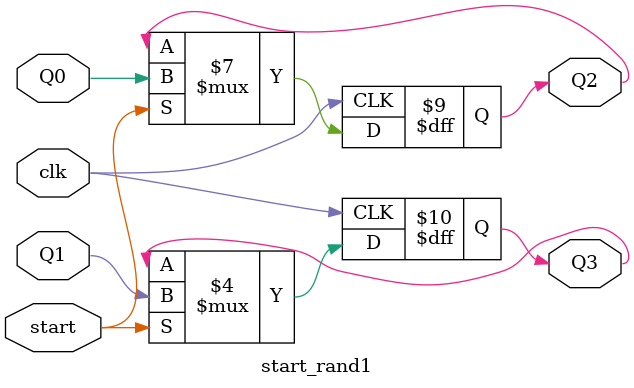
<source format=v>
`timescale 1ns / 1ps
module start_rand1(
	 input clk,
    input Q0,
    input Q1,
    input start,
    output Q2,
    output Q3
    );
always @(posedge clk)
begin	 
	if(start == 1)
	begin
		 Q2 = Q0;
		 Q3 = Q1;
	end
	
end
endmodule

</source>
